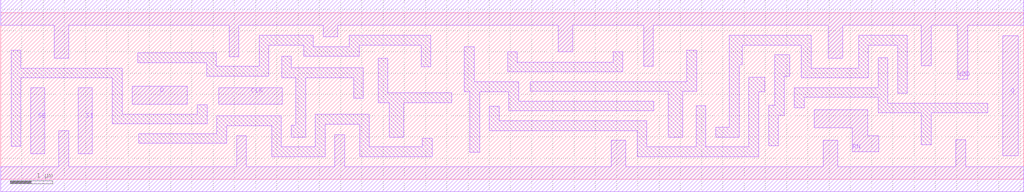
<source format=lef>
# Copyright 2022 GlobalFoundries PDK Authors
#
# Licensed under the Apache License, Version 2.0 (the "License");
# you may not use this file except in compliance with the License.
# You may obtain a copy of the License at
#
#      http://www.apache.org/licenses/LICENSE-2.0
#
# Unless required by applicable law or agreed to in writing, software
# distributed under the License is distributed on an "AS IS" BASIS,
# WITHOUT WARRANTIES OR CONDITIONS OF ANY KIND, either express or implied.
# See the License for the specific language governing permissions and
# limitations under the License.

MACRO gf180mcu_fd_sc_mcu7t5v0__sdffrnq_1
  CLASS core ;
  FOREIGN gf180mcu_fd_sc_mcu7t5v0__sdffrnq_1 0.0 0.0 ;
  ORIGIN 0 0 ;
  SYMMETRY X Y ;
  SITE GF018hv5v_mcu_sc7 ;
  SIZE 24.08 BY 3.92 ;
  PIN D
    DIRECTION INPUT ;
    ANTENNAGATEAREA 0.531 ;
    PORT
      LAYER METAL1 ;
        POLYGON 3.095 1.765 4.39 1.765 4.39 2.19 3.095 2.19  ;
    END
  END D
  PIN RN
    DIRECTION INPUT ;
    ANTENNAGATEAREA 1.062 ;
    PORT
      LAYER METAL1 ;
        POLYGON 19.155 1.21 20.04 1.21 20.04 0.645 20.67 0.645 20.67 1.02 20.41 1.02 20.41 1.635 19.155 1.635  ;
    END
  END RN
  PIN SE
    DIRECTION INPUT ;
    ANTENNAGATEAREA 1.062 ;
    PORT
      LAYER METAL1 ;
        POLYGON 0.705 0.595 1.03 0.595 1.03 2.15 0.705 2.15  ;
    END
  END SE
  PIN SI
    DIRECTION INPUT ;
    ANTENNAGATEAREA 0.531 ;
    PORT
      LAYER METAL1 ;
        POLYGON 1.825 0.595 2.15 0.595 2.15 2.15 1.825 2.15  ;
    END
  END SI
  PIN CLK
    DIRECTION INPUT ;
    USE clock ;
    ANTENNAGATEAREA 0.7415 ;
    PORT
      LAYER METAL1 ;
        POLYGON 5.13 1.765 6.63 1.765 6.63 2.155 5.13 2.155  ;
    END
  END CLK
  PIN Q
    DIRECTION OUTPUT ;
    ANTENNADIFFAREA 0.891 ;
    PORT
      LAYER METAL1 ;
        POLYGON 23.59 0.555 23.95 0.555 23.95 3.38 23.59 3.38  ;
    END
  END Q
  PIN VDD
    DIRECTION INOUT ;
    USE power ;
    SHAPE ABUTMENT ;
    PORT
      LAYER METAL1 ;
        POLYGON 0 3.62 1.26 3.62 1.26 2.845 1.6 2.845 1.6 3.62 5.375 3.62 5.375 2.885 5.605 2.885 5.605 3.62 7.59 3.62 7.59 3.35 7.93 3.35 7.93 3.62 10.125 3.62 10.62 3.62 13.12 3.62 13.12 3 13.46 3 13.46 3.62 14.645 3.62 15.135 3.62 15.135 2.665 15.365 2.665 15.365 3.62 16.385 3.62 19.48 3.62 19.48 2.845 19.82 2.845 19.82 3.62 21.345 3.62 21.675 3.62 21.675 2.675 21.905 2.675 21.905 3.62 22.535 3.62 22.535 2.36 22.765 2.36 22.765 3.62 23.24 3.62 24.08 3.62 24.08 4.22 23.24 4.22 21.345 4.22 16.385 4.22 14.645 4.22 10.62 4.22 10.125 4.22 0 4.22  ;
    END
  END VDD
  PIN VSS
    DIRECTION INOUT ;
    USE ground ;
    SHAPE ABUTMENT ;
    PORT
      LAYER METAL1 ;
        POLYGON 0 -0.3 24.08 -0.3 24.08 0.3 22.715 0.3 22.715 0.925 22.485 0.925 22.485 0.3 19.7 0.3 19.7 0.915 19.36 0.915 19.36 0.3 14.71 0.3 14.71 0.915 14.37 0.915 14.37 0.3 8.095 0.3 8.095 1.045 7.865 1.045 7.865 0.3 5.78 0.3 5.78 1.025 5.55 1.025 5.55 0.3 1.595 0.3 1.595 1.14 1.365 1.14 1.365 0.3 0 0.3  ;
    END
  END VSS
  OBS
      LAYER METAL1 ;
        POLYGON 0.245 0.78 0.475 0.78 0.475 2.385 2.625 2.385 2.625 1.305 4.86 1.305 4.86 1.75 4.63 1.75 4.63 1.535 2.855 1.535 2.855 2.615 0.475 2.615 0.475 3.04 0.245 3.04  ;
        POLYGON 6.61 2.385 6.945 2.385 6.945 1.275 6.835 1.275 6.835 0.99 7.175 0.99 7.175 2.385 8.305 2.385 8.305 1.91 8.535 1.91 8.535 2.62 6.84 2.62 6.84 2.89 6.61 2.89  ;
        POLYGON 3.23 2.745 4.845 2.745 4.845 2.42 6.315 2.42 6.315 3.16 7.13 3.16 7.13 2.89 8.435 2.89 8.435 3.16 9.895 3.16 9.895 2.645 10.125 2.645 10.125 3.39 8.205 3.39 8.205 3.12 7.36 3.12 7.36 3.39 6.085 3.39 6.085 2.655 5.075 2.655 5.075 2.975 3.23 2.975  ;
        POLYGON 3.25 0.845 5.32 0.845 5.32 1.26 6.375 1.26 6.375 0.53 7.635 0.53 7.635 1.295 8.45 1.295 8.45 0.53 10.155 0.53 10.155 0.97 9.925 0.97 9.925 0.76 8.68 0.76 8.68 1.53 7.405 1.53 7.405 0.76 6.605 0.76 6.605 1.49 5.09 1.49 5.09 1.075 3.25 1.075  ;
        POLYGON 8.885 1.8 9.15 1.8 9.15 0.99 9.49 0.99 9.49 1.8 10.62 1.8 10.62 2.035 9.115 2.035 9.115 2.845 8.885 2.845  ;
        POLYGON 11.935 2.53 14.645 2.53 14.645 3.005 14.415 3.005 14.415 2.76 12.165 2.76 12.165 3.005 11.935 3.005  ;
        POLYGON 10.915 2.065 11.045 2.065 11.045 0.63 11.275 0.63 11.275 2.065 11.965 2.065 11.965 1.61 15.37 1.61 15.37 1.84 12.195 1.84 12.195 2.295 11.145 2.295 11.145 3.125 10.915 3.125  ;
        POLYGON 12.46 2.07 15.71 2.07 15.71 0.99 16.05 0.99 16.05 2.07 16.385 2.07 16.385 3.035 16.155 3.035 16.155 2.3 12.46 2.3  ;
        POLYGON 11.505 1.145 14.98 1.145 14.98 0.53 17.845 0.53 17.845 2.06 17.99 2.06 17.99 2.4 17.615 2.4 17.615 0.76 16.6 0.76 16.6 1.735 16.37 1.735 16.37 0.76 15.21 0.76 15.21 1.375 11.735 1.375 11.735 1.72 11.505 1.72  ;
        POLYGON 18.075 0.79 18.305 0.79 18.305 1.51 18.45 1.51 18.45 2.42 18.57 2.42 18.57 2.93 18.22 2.93 18.22 1.745 18.075 1.745  ;
        POLYGON 16.83 0.99 17.385 0.99 17.385 2.69 17.46 2.69 17.46 3.16 18.845 3.16 18.845 2.385 20.425 2.385 20.425 3.155 21.115 3.155 21.115 2.03 21.345 2.03 21.345 3.39 20.195 3.39 20.195 2.615 19.075 2.615 19.075 3.39 17.155 3.39 17.155 1.22 16.83 1.22  ;
        POLYGON 18.68 1.68 18.91 1.68 18.91 1.925 20.655 1.925 20.655 1.56 21.675 1.56 21.675 0.81 21.905 0.81 21.905 1.56 23.24 1.56 23.24 1.79 20.885 1.79 20.885 2.86 20.655 2.86 20.655 2.155 18.68 2.155  ;
  END
END gf180mcu_fd_sc_mcu7t5v0__sdffrnq_1

</source>
